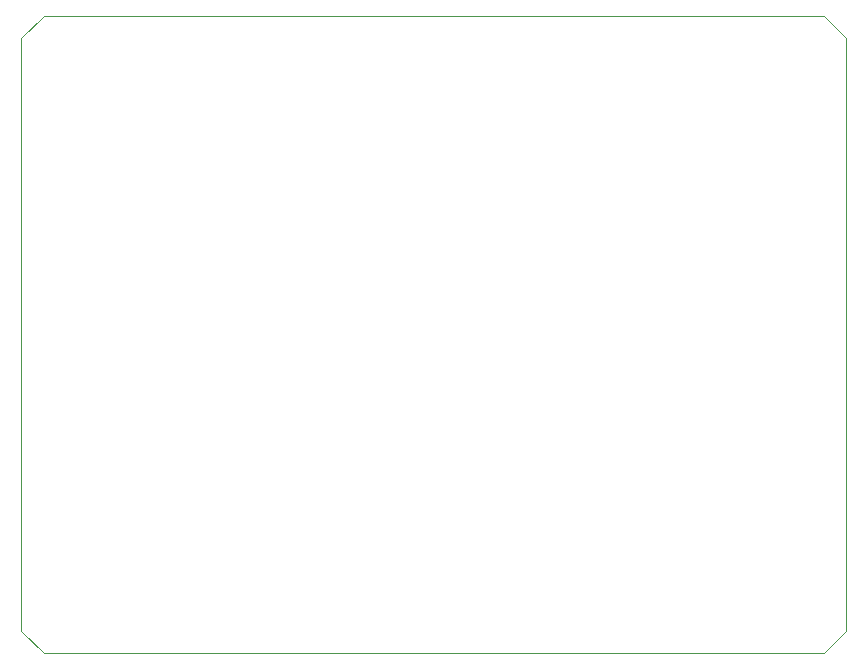
<source format=gbr>
%TF.GenerationSoftware,KiCad,Pcbnew,9.0.2*%
%TF.CreationDate,2025-11-14T17:37:25-08:00*%
%TF.ProjectId,nx-module-breakout,6e782d6d-6f64-4756-9c65-2d627265616b,rev?*%
%TF.SameCoordinates,Original*%
%TF.FileFunction,Profile,NP*%
%FSLAX46Y46*%
G04 Gerber Fmt 4.6, Leading zero omitted, Abs format (unit mm)*
G04 Created by KiCad (PCBNEW 9.0.2) date 2025-11-14 17:37:25*
%MOMM*%
%LPD*%
G01*
G04 APERTURE LIST*
%TA.AperFunction,Profile*%
%ADD10C,0.100000*%
%TD*%
G04 APERTURE END LIST*
D10*
X184150000Y-137795000D02*
X184150000Y-87630000D01*
X182245000Y-139700000D02*
X184150000Y-137795000D01*
X114300000Y-137795000D02*
X116205000Y-139700000D01*
X116205000Y-85725000D02*
X182245000Y-85725000D01*
X116205000Y-139700000D02*
X182245000Y-139700000D01*
X114300000Y-87630000D02*
X116205000Y-85725000D01*
X114300000Y-137795000D02*
X114300000Y-87630000D01*
X184150000Y-87630000D02*
X182245000Y-85725000D01*
M02*

</source>
